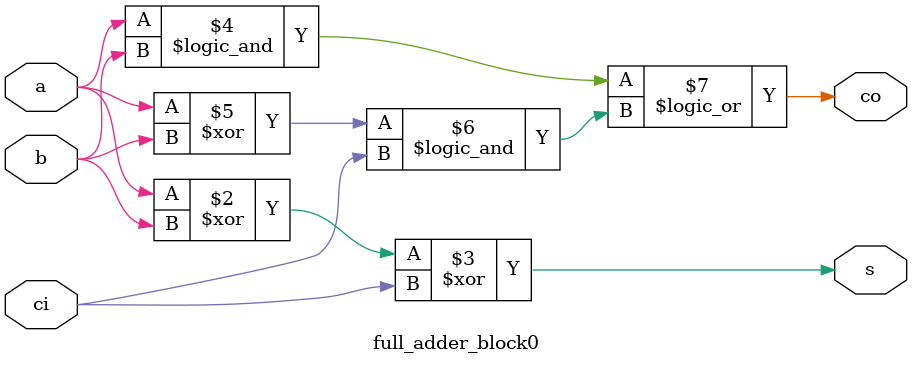
<source format=v>
module full_adder_block0(a,b,ci,s,co);

input a, b, ci;

output reg co, s;


always @(*)
begin
	s <= a ^ b ^ ci;
	co <= (a && b)||((a ^ b) && ci);
end 

endmodule

</source>
